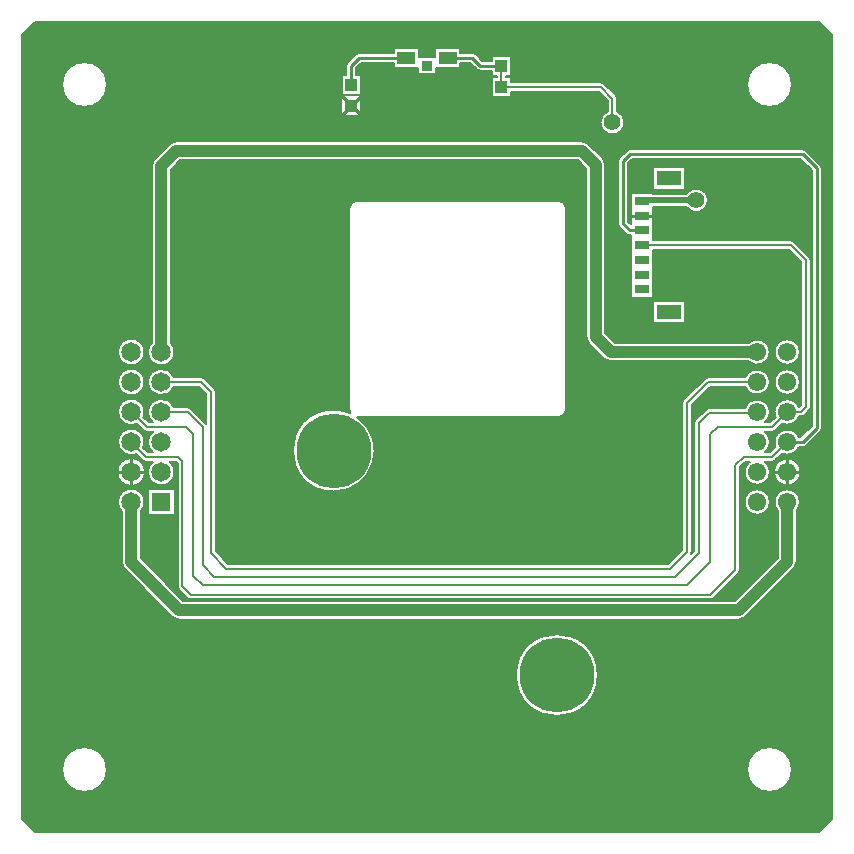
<source format=gbr>
G04 DesignSpark PCB PRO Gerber Version 10.0 Build 5299*
G04 #@! TF.Part,Single*
G04 #@! TF.FileFunction,Copper,L1,Top*
G04 #@! TF.FilePolarity,Positive*
%FSLAX35Y35*%
%MOIN*%
G04 #@! TA.AperFunction,SMDPad,CuDef*
%ADD76R,0.03937X0.04291*%
%ADD75R,0.03543X0.03543*%
G04 #@! TA.AperFunction,ComponentPad*
%ADD29R,0.06496X0.06496*%
G04 #@! TD.AperFunction*
%ADD17C,0.00500*%
%ADD19C,0.00787*%
%ADD22C,0.00984*%
%ADD21C,0.01000*%
%ADD23C,0.01969*%
G04 #@! TA.AperFunction,ViaPad*
%ADD24C,0.03543*%
G04 #@! TD.AperFunction*
%ADD130C,0.03937*%
G04 #@! TA.AperFunction,ViaPad*
%ADD137C,0.05600*%
G04 #@! TA.AperFunction,ComponentPad*
%ADD28C,0.06102*%
%ADD72C,0.06496*%
G04 #@! TA.AperFunction,SMDPad,CuDef*
%ADD138R,0.04724X0.03150*%
%ADD74R,0.05906X0.04331*%
%ADD139R,0.08465X0.05118*%
G04 #@! TA.AperFunction,ComponentPad*
%ADD140C,0.24921*%
G04 #@! TD.AperFunction*
X0Y0D02*
D02*
D17*
X166929Y252618D02*
Y257618D01*
D02*
D19*
X6974Y268984D02*
Y7394D01*
X11331Y3037D01*
X272921D01*
X277278Y7394D01*
Y268984D01*
X272921Y273341D01*
X11331D01*
X6974Y268984D01*
X20472Y24016D02*
G75*
G02*
X35433I7480J0D01*
G01*
G75*
G02*
X20472I-7480J0D01*
G01*
Y252362D02*
G75*
G02*
X35433I7480J0D01*
G01*
G75*
G02*
X20472I-7480J0D01*
G01*
X38902Y123189D02*
G75*
G02*
X48185I4642J0D01*
G01*
G75*
G02*
X38902I-4642J0D01*
G01*
X257972Y113189D02*
G75*
G02*
X266437I4232J0D01*
G01*
G75*
G02*
X265354Y110362I-4233J0D01*
G01*
Y93307D01*
G75*
G02*
X264429Y91077I-3150J0D01*
G01*
X248293Y74941D01*
G75*
G02*
X246063Y74016I-2230J2224D01*
G01*
X59449D01*
G75*
G02*
X57219Y74941I0J3150D01*
G01*
X41319Y90841D01*
G75*
G02*
X40394Y93071I2224J2230D01*
G01*
Y110075D01*
G75*
G02*
X39114Y113189I3150J3114D01*
G01*
G75*
G02*
X47972I4429J0D01*
G01*
G75*
G02*
X46693Y110075I-4430J0D01*
G01*
Y94376D01*
X60754Y80315D01*
X244758D01*
X259055Y94612D01*
Y110362D01*
G75*
G02*
X257972Y113189I3150J2827D01*
G01*
X248819Y24016D02*
G75*
G02*
X263780I7480J0D01*
G01*
G75*
G02*
X248819I-7480J0D01*
G01*
X171791Y55512D02*
G75*
G02*
X199075I13642J0D01*
G01*
G75*
G02*
X171791I-13642J0D01*
G01*
X273228Y225594D02*
G75*
G02*
X273720Y224409I-1181J-1185D01*
G01*
Y137795D01*
G75*
G02*
X273228Y136610I-1673J0D01*
G01*
X268508Y131890D01*
G75*
G02*
X267323Y131398I-1185J1181D01*
G01*
X266039D01*
G75*
G02*
X260486Y129322I-3834J1791D01*
G01*
X258200Y127036D01*
G75*
G02*
X257084Y126575I-1114J1113D01*
G01*
X254744D01*
G75*
G02*
X256437Y123189I-2539J-3386D01*
G01*
G75*
G02*
X247972I-4232J0D01*
G01*
G75*
G02*
X249665Y126575I4232J0D01*
G01*
X248290D01*
X246457Y124741D01*
Y90551D01*
G75*
G02*
X245995Y89438I-1575J0D01*
G01*
X237728Y81170D01*
G75*
G02*
X236612Y80709I-1114J1113D01*
G01*
X63388D01*
G75*
G02*
X62272Y81170I-2J1575D01*
G01*
X59517Y83926D01*
G75*
G02*
X59055Y85039I1113J1114D01*
G01*
Y126119D01*
X58600Y126575D01*
X56399D01*
G75*
G02*
X57972Y123189I-2856J-3386D01*
G01*
G75*
G02*
X49114I-4429J0D01*
G01*
G75*
G02*
X50688Y126575I4429J0D01*
G01*
X48349D01*
G75*
G02*
X47233Y127036I-2J1575D01*
G01*
X45191Y129078D01*
G75*
G02*
X39114Y133189I-1648J4111D01*
G01*
G75*
G02*
X47972I4429J0D01*
G01*
G75*
G02*
X47508Y131215I-4429J0D01*
G01*
X48999Y129724D01*
X50784D01*
G75*
G02*
X50735Y136614I2759J3465D01*
G01*
X48703D01*
G75*
G02*
X47587Y137076I-2J1575D01*
G01*
X45465Y139198D01*
G75*
G02*
X39114Y143189I-1921J3991D01*
G01*
G75*
G02*
X47972I4429J0D01*
G01*
G75*
G02*
X47631Y141485I-4430J0D01*
G01*
X49353Y139764D01*
X50735D01*
G75*
G02*
X49114Y143189I2808J3426D01*
G01*
G75*
G02*
X57683Y144764I4429J0D01*
G01*
X62320D01*
G75*
G02*
X63436Y144302I2J-1575D01*
G01*
X68436Y139302D01*
G75*
G02*
X68504Y139231I-1109J-1116D01*
G01*
Y149348D01*
X66237Y151614D01*
X57683D01*
G75*
G02*
X49114Y153189I-4140J1575D01*
G01*
G75*
G02*
X57683Y154764I4429J0D01*
G01*
X66887D01*
G75*
G02*
X68003Y154302I2J-1575D01*
G01*
X71192Y151113D01*
G75*
G02*
X71654Y150000I-1113J-1114D01*
G01*
Y96715D01*
X75849Y92520D01*
X222576D01*
X227165Y97109D01*
Y146063D01*
G75*
G02*
X227627Y147176I1575J0D01*
G01*
X234713Y154263D01*
G75*
G02*
X235829Y154724I1114J-1113D01*
G01*
X248261D01*
G75*
G02*
X256437Y153189I3944J-1535D01*
G01*
G75*
G02*
X248293Y151575I-4232J0D01*
G01*
X236479D01*
X230315Y145411D01*
Y96457D01*
G75*
G02*
X230157Y95770I-1575J0D01*
G01*
X231102Y96715D01*
Y139370D01*
G75*
G02*
X231564Y140483I1575J0D01*
G01*
X235107Y144027D01*
G75*
G02*
X236223Y144488I1114J-1113D01*
G01*
X248177D01*
G75*
G02*
X256437Y143189I4028J-1299D01*
G01*
G75*
G02*
X254691Y139764I-4232J0D01*
G01*
X256552D01*
X258313Y141525D01*
G75*
G02*
X266084Y144882I3891J1664D01*
G01*
X266277D01*
X266929Y145534D01*
Y193048D01*
X262733Y197244D01*
X217323D01*
Y181299D01*
X210236D01*
Y202067D01*
X209649D01*
G75*
G02*
X208463Y202557I-3J1673D01*
G01*
X206297Y204722D01*
G75*
G02*
X205807Y205906I1183J1183D01*
G01*
G75*
G02*
Y205909I793J2D01*
G01*
Y206113D01*
G75*
G02*
Y206879I1673J383D01*
G01*
Y226772D01*
G75*
G02*
X206299Y227957I1673J0D01*
G01*
X208657Y230315D01*
G75*
G02*
X209843Y230807I1185J-1181D01*
G01*
X267323D01*
G75*
G02*
X268508Y230315I0J-1673D01*
G01*
X273228Y225594D01*
X217402Y180315D02*
X228228D01*
Y172835D01*
X217402D01*
Y180315D01*
X257972Y153189D02*
G75*
G02*
X266437I4232J0D01*
G01*
G75*
G02*
X257972I-4232J0D01*
G01*
Y163189D02*
G75*
G02*
X266437I4232J0D01*
G01*
G75*
G02*
X257972I-4232J0D01*
G01*
X257760Y123189D02*
G75*
G02*
X266650I4445J0D01*
G01*
G75*
G02*
X257760I-4445J0D01*
G01*
X247972Y113189D02*
G75*
G02*
X256437I4232J0D01*
G01*
G75*
G02*
X247972I-4232J0D01*
G01*
X49114Y117618D02*
X57972D01*
Y108760D01*
X49114D01*
Y117618D01*
X39114Y153189D02*
G75*
G02*
X47972I4429J0D01*
G01*
G75*
G02*
X39114I-4429J0D01*
G01*
Y163189D02*
G75*
G02*
X47972I4429J0D01*
G01*
G75*
G02*
X39114I-4429J0D01*
G01*
X249378Y166339D02*
G75*
G02*
X256437Y163189I2827J-3150D01*
G01*
G75*
G02*
X249378Y160039I-4232J0D01*
G01*
X203425D01*
G75*
G02*
X201195Y160965I0J3150D01*
G01*
X196201Y165959D01*
G75*
G02*
X195276Y168189I2224J2230D01*
G01*
Y224286D01*
X192396Y227165D01*
X59848D01*
X56693Y224010D01*
Y166303D01*
G75*
G02*
X57972Y163189I-3150J-3114D01*
G01*
G75*
G02*
X49114I-4429J0D01*
G01*
G75*
G02*
X50394Y166303I4430J0D01*
G01*
Y225315D01*
G75*
G02*
X51319Y227545I3150J0D01*
G01*
X56313Y232539D01*
G75*
G02*
X58543Y233465I2230J-2224D01*
G01*
X193696D01*
G75*
G02*
X195928Y232542I4J-3150D01*
G01*
X200652Y227818D01*
G75*
G02*
X201575Y225591I-2227J-2227D01*
G01*
G75*
G02*
Y225589I-1327J0D01*
G01*
G75*
G02*
Y225586I-1195J-2D01*
G01*
Y169494D01*
X204730Y166339D01*
X249378D01*
X185827Y213667D02*
G75*
G02*
X188470Y211024I0J-2644D01*
G01*
Y144094D01*
G75*
G02*
X185827Y141451I-2644J0D01*
G01*
X118903D01*
G75*
G02*
X111024Y116673I-7880J-11136D01*
G01*
G75*
G02*
Y143957I0J13642D01*
G01*
G75*
G02*
X116617Y142757I0J-13643D01*
G01*
G75*
G02*
X116254Y144094I2281J1338D01*
G01*
Y211024D01*
G75*
G02*
X118898Y213667I2644J0D01*
G01*
X185827D01*
X113567Y248858D02*
X120291D01*
Y241780D01*
X113567D01*
Y248858D01*
X205512Y243420D02*
G75*
G02*
X207918Y239764I-1575J-3656D01*
G01*
G75*
G02*
X199956I-3981J0D01*
G01*
G75*
G02*
X202362Y243420I3981J0D01*
G01*
Y246985D01*
X199348Y250000D01*
X170079D01*
Y248291D01*
X163780D01*
Y254945D01*
X165498D01*
Y255291D01*
X163780D01*
Y256988D01*
X159843D01*
G75*
G02*
X158657Y257480I0J1673D01*
G01*
X156591Y259547D01*
X153150D01*
Y257874D01*
X145079D01*
Y255709D01*
X139173D01*
Y257874D01*
X131102D01*
Y259547D01*
X120181D01*
X118602Y257969D01*
Y255646D01*
X120079D01*
Y248992D01*
X113780D01*
Y255646D01*
X115256D01*
Y258661D01*
G75*
G02*
X115748Y259846I1673J0D01*
G01*
X118303Y262402D01*
G75*
G02*
X119488Y262894I1185J-1181D01*
G01*
X131102D01*
Y264567D01*
X139370D01*
Y261614D01*
X144882D01*
Y264567D01*
X153150D01*
Y262894D01*
X157283D01*
G75*
G02*
X158469Y262402I0J-1673D01*
G01*
X160535Y260335D01*
X163780D01*
Y261945D01*
X170079D01*
Y255291D01*
X168360D01*
Y254945D01*
X170079D01*
Y253150D01*
X199998D01*
G75*
G02*
X201113Y252688I2J-1575D01*
G01*
X205050Y248751D01*
G75*
G02*
X205512Y247638I-1113J-1114D01*
G01*
Y243420D01*
X248819Y252362D02*
G75*
G02*
X263780I7480J0D01*
G01*
G75*
G02*
X248819I-7480J0D01*
G01*
X7368Y24016D02*
G36*
X7368Y24016D02*
Y7000D01*
X10937Y3431D01*
X273315D01*
X276884Y7000D01*
Y24016D01*
X263780D01*
G75*
G02*
X248819I-7480J0D01*
G01*
X35433D01*
G75*
G02*
X20472I-7480J0D01*
G01*
X7368D01*
G37*
Y55512D02*
G36*
X7368Y55512D02*
Y24016D01*
X20472D01*
G75*
G02*
X35433I7480J0D01*
G01*
X248819D01*
G75*
G02*
X263780I7480J0D01*
G01*
X276884D01*
Y55512D01*
X199075D01*
G75*
G02*
X171791I-13642J0D01*
G01*
X7368D01*
G37*
Y95817D02*
G36*
X7368Y95817D02*
Y55512D01*
X171791D01*
G75*
G02*
X199075I13642J0D01*
G01*
X276884D01*
Y95817D01*
X265354D01*
Y93307D01*
G75*
G02*
X264429Y91077I-3151J0D01*
G01*
X248293Y74941D01*
G75*
G02*
X246063Y74016I-2230J2226D01*
G01*
X59449D01*
G75*
G02*
X57219Y74941I0J3151D01*
G01*
X41319Y90841D01*
G75*
G02*
X40394Y93071I2226J2230D01*
G01*
Y95817D01*
X7368D01*
G37*
X46693D02*
G36*
X46693Y95817D02*
Y94376D01*
X60754Y80315D01*
X244758D01*
X259055Y94612D01*
Y95817D01*
X246457D01*
Y90551D01*
G75*
G02*
X245995Y89438I-1575J0D01*
G01*
X237728Y81170D01*
G75*
G02*
X236612Y80709I-1114J1115D01*
G01*
X63388D01*
G75*
G02*
X62272Y81170I-2J1576D01*
G01*
X59517Y83926D01*
G75*
G02*
X59055Y85039I1114J1114D01*
G01*
Y95817D01*
X46693D01*
G37*
X72552D02*
G36*
X72552Y95817D02*
X75849Y92520D01*
X222576D01*
X225873Y95817D01*
X72552D01*
G37*
X230179D02*
G36*
X230179Y95817D02*
G75*
G02*
X230157Y95770I-1435J641D01*
G01*
X230204Y95817D01*
X230179D01*
G37*
X7368Y113189D02*
G36*
X7368Y113189D02*
Y95817D01*
X40394D01*
Y110075D01*
G75*
G02*
X39114Y113189I3149J3114D01*
G01*
Y113189D01*
X7368D01*
G37*
X46693Y110075D02*
G36*
X46693Y110075D02*
Y95817D01*
X59055D01*
Y113189D01*
X57972D01*
Y108760D01*
X49114D01*
Y113189D01*
X47972D01*
Y113189D01*
G75*
G02*
X46693Y110075I-4428J0D01*
G01*
G37*
X71654Y113189D02*
G36*
X71654Y113189D02*
Y96715D01*
X72552Y95817D01*
X225873D01*
X227165Y97109D01*
Y113189D01*
X71654D01*
G37*
X230179Y95817D02*
G36*
X230179Y95817D02*
X230204D01*
X231102Y96715D01*
Y113189D01*
X230315D01*
Y96457D01*
G75*
G02*
Y96456I-1504J0D01*
G01*
G75*
G02*
X230179Y95817I-1570J0D01*
G01*
G37*
X246457Y113189D02*
G36*
X246457Y113189D02*
Y95817D01*
X259055D01*
Y110362D01*
G75*
G02*
X257972Y113189I3150J2827D01*
G01*
X256437D01*
G75*
G02*
X247972I-4232J0D01*
G01*
X246457D01*
G37*
X265354Y110362D02*
G36*
X265354Y110362D02*
Y95817D01*
X276884D01*
Y113189D01*
X266437D01*
G75*
G02*
X265354Y110362I-4232J0D01*
G01*
G37*
X7368Y123189D02*
G36*
X7368Y123189D02*
Y113189D01*
X39114D01*
G75*
G02*
X47972I4429J0D01*
G01*
X49114D01*
Y117618D01*
X57972D01*
Y113189D01*
X59055D01*
Y123189D01*
X57972D01*
G75*
G02*
X49114I-4429J0D01*
G01*
X48185D01*
G75*
G02*
X38902I-4642J0D01*
G01*
X7368D01*
G37*
X71654D02*
G36*
X71654Y123189D02*
Y113189D01*
X227165D01*
Y123189D01*
X122656D01*
G75*
G02*
X111024Y116673I-11633J7126D01*
G01*
G75*
G02*
X99391Y123189I0J13642D01*
G01*
X71654D01*
G37*
X230315D02*
G36*
X230315Y123189D02*
Y113189D01*
X231102D01*
Y123189D01*
X230315D01*
G37*
X246457D02*
G36*
X246457Y123189D02*
Y113189D01*
X247972D01*
G75*
G02*
X256437I4232J0D01*
G01*
X257972D01*
G75*
G02*
X266437I4232J0D01*
G01*
X276884D01*
Y123189D01*
X266650D01*
G75*
G02*
X257760I-4445J0D01*
G01*
X256437D01*
G75*
G02*
X247972I-4232J0D01*
G01*
X246457D01*
G37*
X7368Y153189D02*
G36*
X7368Y153189D02*
Y123189D01*
X38902D01*
G75*
G02*
X48185I4642J0D01*
G01*
X49114D01*
Y123189D01*
G75*
G02*
X50688Y126575I4429J0D01*
G01*
X48349D01*
G75*
G02*
X47233Y127036I-2J1576D01*
G01*
X45191Y129078D01*
G75*
G02*
X39114Y133189I-1648J4111D01*
G01*
G75*
G02*
X47972I4429J0D01*
G01*
G75*
G02*
X47508Y131215I-4435J1D01*
G01*
X48999Y129724D01*
X50784D01*
G75*
G02*
X49114Y133189I2759J3465D01*
G01*
G75*
G02*
X50735Y136614I4429J0D01*
G01*
X48703D01*
G75*
G02*
X47587Y137076I-2J1576D01*
G01*
X45465Y139198D01*
G75*
G02*
X39114Y143189I-1921J3991D01*
G01*
G75*
G02*
X47972I4429J0D01*
G01*
G75*
G02*
X47631Y141485I-4435J2D01*
G01*
X49353Y139764D01*
X50735D01*
G75*
G02*
X49114Y143189I2809J3426D01*
G01*
G75*
G02*
X57683Y144764I4429J0D01*
G01*
X62320D01*
G75*
G02*
X63436Y144302I2J-1576D01*
G01*
X68436Y139302D01*
G75*
G02*
X68504Y139231I-1553J-1535D01*
G01*
Y149348D01*
X66237Y151614D01*
X57683D01*
G75*
G02*
X49114Y153189I-4140J1575D01*
G01*
X47972D01*
G75*
G02*
X39114I-4429J0D01*
G01*
X7368D01*
G37*
X57972Y123189D02*
G36*
X57972Y123189D02*
Y123189D01*
X59055D01*
Y126119D01*
X58600Y126575D01*
X56399D01*
G75*
G02*
X57972Y123189I-2855J-3385D01*
G01*
G37*
X69117Y153189D02*
G36*
X69117Y153189D02*
X71192Y151113D01*
G75*
G02*
X71654Y150000I-1114J-1114D01*
G01*
Y123189D01*
X99391D01*
G75*
G02*
X97382Y130315I11633J7126D01*
G01*
G75*
G02*
X111024Y143957I13642J0D01*
G01*
G75*
G02*
X116617Y142757I2J-13635D01*
G01*
G75*
G02*
X116254Y144094I2281J1338D01*
G01*
Y153189D01*
X69117D01*
G37*
X124665Y130315D02*
G36*
X124665Y130315D02*
G75*
G02*
X122656Y123189I-13642J0D01*
G01*
X227165D01*
Y146063D01*
G75*
G02*
X227627Y147176I1575J0D01*
G01*
X233639Y153189D01*
X188470D01*
Y144094D01*
G75*
G02*
X185827Y141451I-2644J0D01*
G01*
X118903D01*
G75*
G02*
X124665Y130315I-7880J-11136D01*
G01*
G37*
X230315Y145411D02*
G36*
X230315Y145411D02*
Y123189D01*
X231102D01*
Y139370D01*
G75*
G02*
X231564Y140483I1575J0D01*
G01*
X235107Y144027D01*
G75*
G02*
X236223Y144488I1114J-1115D01*
G01*
X248177D01*
G75*
G02*
X256437Y143189I4028J-1300D01*
G01*
G75*
G02*
X254691Y139764I-4232J0D01*
G01*
X256552D01*
X258313Y141525D01*
G75*
G02*
X257972Y143189I3891J1664D01*
G01*
G75*
G02*
X266084Y144882I4232J0D01*
G01*
X266277D01*
X266929Y145534D01*
Y153189D01*
X266437D01*
G75*
G02*
X257972I-4232J0D01*
G01*
X256437D01*
G75*
G02*
X248293Y151575I-4232J0D01*
G01*
X236479D01*
X230315Y145411D01*
G37*
X246457Y124741D02*
G36*
X246457Y124741D02*
Y123189D01*
X247972D01*
Y123189D01*
G75*
G02*
X249665Y126575I4232J0D01*
G01*
X248290D01*
X246457Y124741D01*
G37*
X256437Y123189D02*
G36*
X256437Y123189D02*
Y123189D01*
X257760D01*
G75*
G02*
X266650I4445J0D01*
G01*
X276884D01*
Y153189D01*
X273720D01*
Y137795D01*
G75*
G02*
X273228Y136610I-1673J0D01*
G01*
X268508Y131890D01*
G75*
G02*
X267323Y131398I-1185J1180D01*
G01*
X266039D01*
G75*
G02*
X260486Y129322I-3835J1791D01*
G01*
X258200Y127036D01*
G75*
G02*
X257084Y126575I-1114J1115D01*
G01*
X254744D01*
G75*
G02*
X256437Y123189I-2539J-3385D01*
G01*
G37*
X7368Y163189D02*
G36*
X7368Y163189D02*
Y153189D01*
X39114D01*
G75*
G02*
X47972I4429J0D01*
G01*
X49114D01*
G75*
G02*
X57683Y154764I4429J0D01*
G01*
X66887D01*
G75*
G02*
X68003Y154302I2J-1576D01*
G01*
X69117Y153189D01*
X116254D01*
Y163189D01*
X57972D01*
G75*
G02*
X49114I-4429J0D01*
G01*
X47972D01*
G75*
G02*
X39114I-4429J0D01*
G01*
X7368D01*
G37*
X188470D02*
G36*
X188470Y163189D02*
Y153189D01*
X233639D01*
X234713Y154263D01*
G75*
G02*
X235829Y154724I1114J-1115D01*
G01*
X248261D01*
G75*
G02*
X256437Y153189I3944J-1536D01*
G01*
X257972D01*
G75*
G02*
X266437I4232J0D01*
G01*
X266929D01*
Y163189D01*
X266437D01*
G75*
G02*
X257972I-4232J0D01*
G01*
X256437D01*
G75*
G02*
X249378Y160039I-4232J0D01*
G01*
X203425D01*
G75*
G02*
X201195Y160965I0J3151D01*
G01*
X198971Y163189D01*
X188470D01*
G37*
X273720D02*
G36*
X273720Y163189D02*
Y153189D01*
X276884D01*
Y163189D01*
X273720D01*
G37*
X7368Y176575D02*
G36*
X7368Y176575D02*
Y163189D01*
X39114D01*
G75*
G02*
X47972I4429J0D01*
G01*
X49114D01*
Y163189D01*
G75*
G02*
X50394Y166303I4428J0D01*
G01*
Y176575D01*
X7368D01*
G37*
X56693D02*
G36*
X56693Y176575D02*
Y166303D01*
G75*
G02*
X57972Y163189I-3149J-3114D01*
G01*
Y163189D01*
X116254D01*
Y176575D01*
X56693D01*
G37*
X188470D02*
G36*
X188470Y176575D02*
Y163189D01*
X198971D01*
X196201Y165959D01*
G75*
G02*
X195276Y168189I2226J2230D01*
G01*
Y176575D01*
X188470D01*
G37*
X201575D02*
G36*
X201575Y176575D02*
Y169494D01*
X204730Y166339D01*
X249378D01*
G75*
G02*
X256437Y163189I2827J-3150D01*
G01*
X257972D01*
G75*
G02*
X266437I4232J0D01*
G01*
X266929D01*
Y176575D01*
X228228D01*
Y172835D01*
X217402D01*
Y176575D01*
X201575D01*
G37*
X273720D02*
G36*
X273720Y176575D02*
Y163189D01*
X276884D01*
Y176575D01*
X273720D01*
G37*
X7368Y245319D02*
G36*
X7368Y245319D02*
Y176575D01*
X50394D01*
Y225315D01*
G75*
G02*
X51319Y227545I3151J0D01*
G01*
X56313Y232539D01*
G75*
G02*
X58543Y233465I2230J-2226D01*
G01*
X193696D01*
G75*
G02*
X195928Y232542I4J-3152D01*
G01*
X200652Y227818D01*
G75*
G02*
X201575Y225591I-2227J-2227D01*
G01*
Y225591D01*
Y225589D01*
Y225586D01*
Y176575D01*
X217402D01*
Y180315D01*
X228228D01*
Y176575D01*
X266929D01*
Y193048D01*
X262733Y197244D01*
X217323D01*
Y181299D01*
X210236D01*
Y202067D01*
X209649D01*
G75*
G02*
X208463Y202557I-3J1674D01*
G01*
X206297Y204722D01*
G75*
G02*
X205807Y205906I1185J1184D01*
G01*
Y205906D01*
Y205909D01*
Y206113D01*
G75*
G02*
X205764Y206496I1672J383D01*
G01*
G75*
G02*
X205807Y206879I1716J0D01*
G01*
Y226772D01*
G75*
G02*
X206299Y227957I1673J0D01*
G01*
X208657Y230315D01*
G75*
G02*
X209843Y230807I1185J-1180D01*
G01*
X267323D01*
G75*
G02*
X268508Y230315I0J-1672D01*
G01*
X273228Y225594D01*
G75*
G02*
X273720Y224409I-1181J-1185D01*
G01*
Y176575D01*
X276884D01*
Y245319D01*
X258819D01*
G75*
G02*
X253780I-2519J7043D01*
G01*
X205512D01*
Y243420D01*
G75*
G02*
X207918Y239764I-1574J-3656D01*
G01*
G75*
G02*
X199956I-3981J0D01*
G01*
G75*
G02*
X202362Y243420I3981J0D01*
G01*
Y245319D01*
X120291D01*
Y241780D01*
X113567D01*
Y245319D01*
X30472D01*
G75*
G02*
X25433I-2519J7043D01*
G01*
X7368D01*
G37*
X56693Y224010D02*
G36*
X56693Y224010D02*
Y176575D01*
X116254D01*
Y211024D01*
G75*
G02*
X118898Y213667I2644J0D01*
G01*
X185827D01*
G75*
G02*
X188470Y211024I0J-2644D01*
G01*
Y176575D01*
X195276D01*
Y224286D01*
X192396Y227165D01*
X59848D01*
X56693Y224010D01*
G37*
X7368Y252362D02*
G36*
X7368Y252362D02*
Y245319D01*
X25433D01*
G75*
G02*
X20472Y252362I2519J7043D01*
G01*
X7368D01*
G37*
X35433D02*
G36*
X35433Y252362D02*
G75*
G02*
X30472Y245319I-7480J0D01*
G01*
X113567D01*
Y248858D01*
X120291D01*
Y245319D01*
X202362D01*
Y246985D01*
X199348Y250000D01*
X170079D01*
Y248291D01*
X163780D01*
Y252362D01*
X120079D01*
Y248992D01*
X113780D01*
Y252362D01*
X35433D01*
G37*
X201439D02*
G36*
X201439Y252362D02*
X205050Y248751D01*
G75*
G02*
X205512Y247638I-1114J-1114D01*
G01*
Y245319D01*
X253780D01*
G75*
G02*
X248819Y252362I2519J7043D01*
G01*
X201439D01*
G37*
X263780D02*
G36*
X263780Y252362D02*
G75*
G02*
X258819Y245319I-7480J0D01*
G01*
X276884D01*
Y252362D01*
X263780D01*
G37*
X7368Y269378D02*
G36*
X7368Y269378D02*
Y252362D01*
X20472D01*
G75*
G02*
X35433I7480J0D01*
G01*
X113780D01*
Y255646D01*
X115256D01*
Y258661D01*
G75*
G02*
X115748Y259846I1673J0D01*
G01*
X118303Y262402D01*
G75*
G02*
X119488Y262894I1185J-1180D01*
G01*
X131102D01*
Y264567D01*
X139370D01*
Y261614D01*
X144882D01*
Y264567D01*
X153150D01*
Y262894D01*
X157283D01*
G75*
G02*
X158469Y262402I0J-1672D01*
G01*
X160535Y260335D01*
X163780D01*
Y261945D01*
X170079D01*
Y255291D01*
X168360D01*
Y254945D01*
X170079D01*
Y253150D01*
X199998D01*
G75*
G02*
X201113Y252688I2J-1576D01*
G01*
X201439Y252362D01*
X248819D01*
G75*
G02*
X263780I7480J0D01*
G01*
X276884D01*
Y269378D01*
X273315Y272947D01*
X10937D01*
X7368Y269378D01*
G37*
X118602Y257969D02*
G36*
X118602Y257969D02*
Y255646D01*
X120079D01*
Y252362D01*
X163780D01*
Y254945D01*
X165498D01*
Y255291D01*
X163780D01*
Y256988D01*
X159843D01*
G75*
G02*
X158657Y257480I0J1672D01*
G01*
X156591Y259547D01*
X153150D01*
Y257874D01*
X145079D01*
Y255709D01*
X139173D01*
Y257874D01*
X131102D01*
Y259547D01*
X120181D01*
X118602Y257969D01*
G37*
X53543Y143189D02*
X62323D01*
X67323Y138189D01*
Y92126D01*
X71260Y88189D01*
X224803D01*
X232677Y96063D01*
Y139370D01*
X236220Y142913D01*
X251929D01*
X252205Y143189D01*
X53543Y153189D02*
X66890D01*
X70079Y150000D01*
Y96063D01*
X75197Y90945D01*
X223228D01*
X228740Y96457D01*
Y146063D01*
X235827Y153150D01*
X252165D01*
X252205Y153189D01*
X166929Y251618D02*
X166972Y251575D01*
X200000D01*
X203937Y247638D01*
Y239764D01*
X209154Y226079D02*
Y206879D01*
G75*
G02*
X209196Y206556I-1673J-383D01*
G01*
X210024Y205728D01*
Y211630D01*
X210236D01*
Y216339D01*
X217323D01*
Y215945D01*
X228549D01*
G75*
G02*
X235871Y213780I3341J-2165D01*
G01*
G75*
G02*
X228549Y211614I-3981J0D01*
G01*
X217535D01*
Y205693D01*
X217323D01*
Y200394D01*
X263383D01*
G75*
G02*
X264499Y199932I2J-1575D01*
G01*
X269617Y194814D01*
G75*
G02*
X270079Y193701I-1113J-1114D01*
G01*
Y144882D01*
G75*
G02*
X269617Y143769I-1575J0D01*
G01*
X268043Y142194D01*
G75*
G02*
X266927Y141732I-1114J1113D01*
G01*
X266178D01*
G75*
G02*
X260541Y139298I-3974J1457D01*
G01*
X258318Y137076D01*
G75*
G02*
X257202Y136614I-1114J1113D01*
G01*
X254691D01*
G75*
G02*
X254635Y129724I-2486J-3425D01*
G01*
X256434D01*
X258290Y131580D01*
G75*
G02*
X257972Y133189I3915J1609D01*
G01*
G75*
G02*
X266141Y134744I4232J0D01*
G01*
X266630D01*
X270374Y138488D01*
Y223717D01*
X266630Y227461D01*
X210535D01*
X209154Y226079D01*
X217402Y224803D02*
X228228D01*
Y217323D01*
X217402D01*
Y224803D01*
X209547Y221063D02*
G36*
X209547Y221063D02*
Y206205D01*
X210024Y205728D01*
Y211630D01*
X210236D01*
Y216339D01*
X217323D01*
Y215945D01*
X228549D01*
G75*
G02*
X235871Y213780I3341J-2165D01*
G01*
G75*
G02*
X228549Y211614I-3981J0D01*
G01*
X217535D01*
Y205693D01*
X217323D01*
Y200394D01*
X263383D01*
G75*
G02*
X264499Y199932I2J-1576D01*
G01*
X269617Y194814D01*
G75*
G02*
X269980Y194248I-1114J-1114D01*
G01*
Y221063D01*
X228228D01*
Y217323D01*
X217402D01*
Y221063D01*
X209547D01*
G37*
X256437Y133189D02*
G36*
X256437Y133189D02*
G75*
G02*
X255117Y130118I-4232J0D01*
G01*
X256828D01*
X258290Y131580D01*
G75*
G02*
X257972Y133189I3922J1610D01*
G01*
G75*
G02*
X266141Y134744I4232J0D01*
G01*
X266630D01*
X269980Y138094D01*
Y144334D01*
G75*
G02*
X269617Y143769I-1477J548D01*
G01*
X268043Y142194D01*
G75*
G02*
X266927Y141732I-1114J1115D01*
G01*
X266178D01*
G75*
G02*
X260541Y139298I-3974J1457D01*
G01*
X258318Y137076D01*
G75*
G02*
X257202Y136614I-1114J1115D01*
G01*
X254691D01*
G75*
G02*
X256437Y133189I-2486J-3425D01*
G01*
G37*
X209547Y226472D02*
G36*
X209547Y226472D02*
Y221063D01*
X217402D01*
Y224803D01*
X228228D01*
Y221063D01*
X269980D01*
Y224110D01*
X267024Y227067D01*
X210142D01*
X209547Y226472D01*
G37*
X213780Y198819D02*
X263386D01*
X268504Y193701D01*
Y144882D01*
X266929Y143307D01*
X262323D01*
X262205Y143189D01*
Y133189D02*
X262126D01*
X257087Y128150D01*
X247638D01*
X244882Y125394D01*
Y90551D01*
X236614Y82283D01*
X63386D01*
X60630Y85039D01*
Y126772D01*
X59252Y128150D01*
X48346D01*
X43307Y133189D01*
X43543D01*
X262205Y143189D02*
X257205Y138189D01*
X238976D01*
X236614Y135827D01*
Y93307D01*
X228740Y85433D01*
X67323D01*
X64173Y88583D01*
Y135827D01*
X61811Y138189D01*
X48701D01*
X43701Y143189D01*
X43543D01*
D02*
D21*
X40795Y123189D02*
X38795D01*
X43543Y120441D02*
Y118441D01*
Y125937D02*
Y127937D01*
X46291Y123189D02*
X48291D01*
X115314Y243704D02*
X113461Y241850D01*
X115314Y246934D02*
X113461Y248787D01*
X118544Y243704D02*
X120398Y241850D01*
X118544Y246934D02*
X120398Y248787D01*
X211917Y208661D02*
X209917D01*
X215642D02*
X217642D01*
X259654Y123189D02*
X257654D01*
X262205Y120638D02*
Y118638D01*
Y125740D02*
Y127740D01*
X264756Y123189D02*
X266756D01*
D02*
D22*
X135236Y261220D02*
X119488D01*
X116929Y258661D01*
Y252319D01*
X149016Y261220D02*
X157283D01*
X159843Y258661D01*
X166886D01*
X166929Y258618D01*
X207480Y206496D02*
Y207087D01*
Y226772D01*
X209843Y229134D01*
X267323D01*
X272047Y224409D01*
Y137795D01*
X267323Y133071D01*
X262323D01*
X262205Y133189D01*
X213780Y203740D02*
X209646D01*
X207480Y205906D01*
Y207087D01*
X213780Y208661D02*
X220866D01*
D02*
D23*
X231890Y213780D02*
X213976D01*
X213780Y213583D01*
D02*
D24*
X63386Y20079D03*
Y59449D03*
Y177559D03*
Y216929D03*
Y256299D03*
X102756Y20079D03*
Y59449D03*
Y98819D03*
Y177559D03*
Y216929D03*
Y256299D03*
X142126Y20079D03*
Y59449D03*
Y98819D03*
Y220866D03*
X181496Y20079D03*
Y98819D03*
Y220866D03*
Y256299D03*
X220866Y20079D03*
Y59449D03*
Y98819D03*
Y208661D03*
Y256299D03*
X222441Y188976D03*
D02*
D28*
X252205Y113189D03*
Y123189D03*
Y133189D03*
Y143189D03*
Y153189D03*
Y163189D03*
X262205Y113189D03*
Y123189D03*
Y133189D03*
Y143189D03*
Y153189D03*
Y163189D03*
D02*
D29*
X53543Y113189D03*
D02*
D72*
X43543D03*
Y123189D03*
Y133189D03*
Y143189D03*
Y153189D03*
Y163189D03*
X53543Y123189D03*
Y133189D03*
Y143189D03*
Y153189D03*
Y163189D03*
D02*
D74*
X135236Y261220D03*
X149016D03*
D02*
D75*
X142126Y258661D03*
D02*
D76*
X116929Y245319D03*
Y252319D03*
X166929Y251618D03*
Y258618D03*
D02*
D130*
X43543Y113189D02*
Y93071D01*
X59449Y77165D01*
X246063D01*
X262205Y93307D01*
Y113189D01*
X252205Y163189D02*
X203425D01*
X198425Y168189D01*
Y225591D01*
X193701Y230315D01*
X58543D01*
X53543Y225315D01*
Y163189D01*
D02*
D137*
X203937Y239764D03*
X231890Y213780D03*
D02*
D138*
X213780Y184055D03*
Y188976D03*
Y193898D03*
Y198819D03*
Y203740D03*
Y208661D03*
Y213583D03*
D02*
D139*
X222815Y176575D03*
Y221063D03*
D02*
D140*
X111024Y130315D03*
X185433Y55512D03*
X0Y0D02*
M02*

</source>
